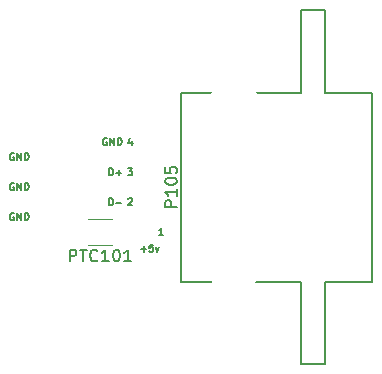
<source format=gbr>
G04 #@! TF.GenerationSoftware,KiCad,Pcbnew,(5.1.5)*
G04 #@! TF.CreationDate,2019-12-08T12:18:22-05:00*
G04 #@! TF.ProjectId,usbabrkout,75736261-6272-46b6-9f75-742e6b696361,v1.0.0*
G04 #@! TF.SameCoordinates,Original*
G04 #@! TF.FileFunction,Legend,Top*
G04 #@! TF.FilePolarity,Positive*
%FSLAX46Y46*%
G04 Gerber Fmt 4.6, Leading zero omitted, Abs format (unit mm)*
G04 Created by KiCad (PCBNEW (5.1.5)) date 2019-12-08 12:18:22*
%MOMM*%
%LPD*%
G04 APERTURE LIST*
%ADD10C,0.127000*%
%ADD11C,0.150000*%
%ADD12C,0.120000*%
%ADD13C,1.244600*%
%ADD14C,3.276600*%
%ADD15C,4.701600*%
%ADD16C,1.752600*%
%ADD17C,1.625600*%
%ADD18R,1.301600X1.801600*%
G04 APERTURE END LIST*
D10*
X143148142Y-106849857D02*
X143605285Y-106849857D01*
X143376714Y-107078428D02*
X143376714Y-106621285D01*
X144176714Y-106478428D02*
X143891000Y-106478428D01*
X143862428Y-106764142D01*
X143891000Y-106735571D01*
X143948142Y-106707000D01*
X144091000Y-106707000D01*
X144148142Y-106735571D01*
X144176714Y-106764142D01*
X144205285Y-106821285D01*
X144205285Y-106964142D01*
X144176714Y-107021285D01*
X144148142Y-107049857D01*
X144091000Y-107078428D01*
X143948142Y-107078428D01*
X143891000Y-107049857D01*
X143862428Y-107021285D01*
X144405285Y-106678428D02*
X144548142Y-107078428D01*
X144691000Y-106678428D01*
X140449450Y-103141428D02*
X140449450Y-102541428D01*
X140592307Y-102541428D01*
X140678021Y-102570000D01*
X140735164Y-102627142D01*
X140763735Y-102684285D01*
X140792307Y-102798571D01*
X140792307Y-102884285D01*
X140763735Y-102998571D01*
X140735164Y-103055714D01*
X140678021Y-103112857D01*
X140592307Y-103141428D01*
X140449450Y-103141428D01*
X141049450Y-102912857D02*
X141506592Y-102912857D01*
X140449450Y-100601428D02*
X140449450Y-100001428D01*
X140592307Y-100001428D01*
X140678021Y-100030000D01*
X140735164Y-100087142D01*
X140763735Y-100144285D01*
X140792307Y-100258571D01*
X140792307Y-100344285D01*
X140763735Y-100458571D01*
X140735164Y-100515714D01*
X140678021Y-100572857D01*
X140592307Y-100601428D01*
X140449450Y-100601428D01*
X141049450Y-100372857D02*
X141506592Y-100372857D01*
X141278021Y-100601428D02*
X141278021Y-100144285D01*
X142367021Y-97661428D02*
X142367021Y-98061428D01*
X142224164Y-97432857D02*
X142081307Y-97861428D01*
X142452735Y-97861428D01*
X142052735Y-100001428D02*
X142424164Y-100001428D01*
X142224164Y-100230000D01*
X142309878Y-100230000D01*
X142367021Y-100258571D01*
X142395592Y-100287142D01*
X142424164Y-100344285D01*
X142424164Y-100487142D01*
X142395592Y-100544285D01*
X142367021Y-100572857D01*
X142309878Y-100601428D01*
X142138450Y-100601428D01*
X142081307Y-100572857D01*
X142052735Y-100544285D01*
X142081307Y-102598571D02*
X142109878Y-102570000D01*
X142167021Y-102541428D01*
X142309878Y-102541428D01*
X142367021Y-102570000D01*
X142395592Y-102598571D01*
X142424164Y-102655714D01*
X142424164Y-102712857D01*
X142395592Y-102798571D01*
X142052735Y-103141428D01*
X142424164Y-103141428D01*
X145065692Y-105681428D02*
X144722835Y-105681428D01*
X144894264Y-105681428D02*
X144894264Y-105081428D01*
X144837121Y-105167142D01*
X144779978Y-105224285D01*
X144722835Y-105252857D01*
X140278021Y-97490000D02*
X140220878Y-97461428D01*
X140135164Y-97461428D01*
X140049450Y-97490000D01*
X139992307Y-97547142D01*
X139963735Y-97604285D01*
X139935164Y-97718571D01*
X139935164Y-97804285D01*
X139963735Y-97918571D01*
X139992307Y-97975714D01*
X140049450Y-98032857D01*
X140135164Y-98061428D01*
X140192307Y-98061428D01*
X140278021Y-98032857D01*
X140306592Y-98004285D01*
X140306592Y-97804285D01*
X140192307Y-97804285D01*
X140563735Y-98061428D02*
X140563735Y-97461428D01*
X140906592Y-98061428D01*
X140906592Y-97461428D01*
X141192307Y-98061428D02*
X141192307Y-97461428D01*
X141335164Y-97461428D01*
X141420878Y-97490000D01*
X141478021Y-97547142D01*
X141506592Y-97604285D01*
X141535164Y-97718571D01*
X141535164Y-97804285D01*
X141506592Y-97918571D01*
X141478021Y-97975714D01*
X141420878Y-98032857D01*
X141335164Y-98061428D01*
X141192307Y-98061428D01*
X132404021Y-103840000D02*
X132346878Y-103811428D01*
X132261164Y-103811428D01*
X132175450Y-103840000D01*
X132118307Y-103897142D01*
X132089735Y-103954285D01*
X132061164Y-104068571D01*
X132061164Y-104154285D01*
X132089735Y-104268571D01*
X132118307Y-104325714D01*
X132175450Y-104382857D01*
X132261164Y-104411428D01*
X132318307Y-104411428D01*
X132404021Y-104382857D01*
X132432592Y-104354285D01*
X132432592Y-104154285D01*
X132318307Y-104154285D01*
X132689735Y-104411428D02*
X132689735Y-103811428D01*
X133032592Y-104411428D01*
X133032592Y-103811428D01*
X133318307Y-104411428D02*
X133318307Y-103811428D01*
X133461164Y-103811428D01*
X133546878Y-103840000D01*
X133604021Y-103897142D01*
X133632592Y-103954285D01*
X133661164Y-104068571D01*
X133661164Y-104154285D01*
X133632592Y-104268571D01*
X133604021Y-104325714D01*
X133546878Y-104382857D01*
X133461164Y-104411428D01*
X133318307Y-104411428D01*
X132404021Y-101300000D02*
X132346878Y-101271428D01*
X132261164Y-101271428D01*
X132175450Y-101300000D01*
X132118307Y-101357142D01*
X132089735Y-101414285D01*
X132061164Y-101528571D01*
X132061164Y-101614285D01*
X132089735Y-101728571D01*
X132118307Y-101785714D01*
X132175450Y-101842857D01*
X132261164Y-101871428D01*
X132318307Y-101871428D01*
X132404021Y-101842857D01*
X132432592Y-101814285D01*
X132432592Y-101614285D01*
X132318307Y-101614285D01*
X132689735Y-101871428D02*
X132689735Y-101271428D01*
X133032592Y-101871428D01*
X133032592Y-101271428D01*
X133318307Y-101871428D02*
X133318307Y-101271428D01*
X133461164Y-101271428D01*
X133546878Y-101300000D01*
X133604021Y-101357142D01*
X133632592Y-101414285D01*
X133661164Y-101528571D01*
X133661164Y-101614285D01*
X133632592Y-101728571D01*
X133604021Y-101785714D01*
X133546878Y-101842857D01*
X133461164Y-101871428D01*
X133318307Y-101871428D01*
X132404021Y-98760000D02*
X132346878Y-98731428D01*
X132261164Y-98731428D01*
X132175450Y-98760000D01*
X132118307Y-98817142D01*
X132089735Y-98874285D01*
X132061164Y-98988571D01*
X132061164Y-99074285D01*
X132089735Y-99188571D01*
X132118307Y-99245714D01*
X132175450Y-99302857D01*
X132261164Y-99331428D01*
X132318307Y-99331428D01*
X132404021Y-99302857D01*
X132432592Y-99274285D01*
X132432592Y-99074285D01*
X132318307Y-99074285D01*
X132689735Y-99331428D02*
X132689735Y-98731428D01*
X133032592Y-99331428D01*
X133032592Y-98731428D01*
X133318307Y-99331428D02*
X133318307Y-98731428D01*
X133461164Y-98731428D01*
X133546878Y-98760000D01*
X133604021Y-98817142D01*
X133632592Y-98874285D01*
X133661164Y-98988571D01*
X133661164Y-99074285D01*
X133632592Y-99188571D01*
X133604021Y-99245714D01*
X133546878Y-99302857D01*
X133461164Y-99331428D01*
X133318307Y-99331428D01*
D11*
X158750000Y-109600000D02*
X158750000Y-116600000D01*
X162750000Y-109600000D02*
X158750000Y-109600000D01*
X162750000Y-93600000D02*
X162750000Y-109600000D01*
X158750000Y-93600000D02*
X162750000Y-93600000D01*
X158750000Y-86600000D02*
X158750000Y-93600000D01*
X156750000Y-86600000D02*
X158750000Y-86600000D01*
X156750000Y-93600000D02*
X156750000Y-86600000D01*
X146550000Y-93600000D02*
X156750000Y-93600000D01*
X146550000Y-109600000D02*
X146550000Y-93600000D01*
X156750000Y-109600000D02*
X146550000Y-109600000D01*
X156750000Y-116600000D02*
X156750000Y-109600000D01*
X158750000Y-116600000D02*
X156750000Y-116600000D01*
D12*
X140700000Y-106480000D02*
X138700000Y-106480000D01*
X138700000Y-104340000D02*
X140700000Y-104340000D01*
D11*
X146202380Y-103290476D02*
X145202380Y-103290476D01*
X145202380Y-102909523D01*
X145250000Y-102814285D01*
X145297619Y-102766666D01*
X145392857Y-102719047D01*
X145535714Y-102719047D01*
X145630952Y-102766666D01*
X145678571Y-102814285D01*
X145726190Y-102909523D01*
X145726190Y-103290476D01*
X146202380Y-101766666D02*
X146202380Y-102338095D01*
X146202380Y-102052380D02*
X145202380Y-102052380D01*
X145345238Y-102147619D01*
X145440476Y-102242857D01*
X145488095Y-102338095D01*
X145202380Y-101147619D02*
X145202380Y-101052380D01*
X145250000Y-100957142D01*
X145297619Y-100909523D01*
X145392857Y-100861904D01*
X145583333Y-100814285D01*
X145821428Y-100814285D01*
X146011904Y-100861904D01*
X146107142Y-100909523D01*
X146154761Y-100957142D01*
X146202380Y-101052380D01*
X146202380Y-101147619D01*
X146154761Y-101242857D01*
X146107142Y-101290476D01*
X146011904Y-101338095D01*
X145821428Y-101385714D01*
X145583333Y-101385714D01*
X145392857Y-101338095D01*
X145297619Y-101290476D01*
X145250000Y-101242857D01*
X145202380Y-101147619D01*
X145202380Y-99909523D02*
X145202380Y-100385714D01*
X145678571Y-100433333D01*
X145630952Y-100385714D01*
X145583333Y-100290476D01*
X145583333Y-100052380D01*
X145630952Y-99957142D01*
X145678571Y-99909523D01*
X145773809Y-99861904D01*
X146011904Y-99861904D01*
X146107142Y-99909523D01*
X146154761Y-99957142D01*
X146202380Y-100052380D01*
X146202380Y-100290476D01*
X146154761Y-100385714D01*
X146107142Y-100433333D01*
X137128571Y-107894380D02*
X137128571Y-106894380D01*
X137509523Y-106894380D01*
X137604761Y-106942000D01*
X137652380Y-106989619D01*
X137700000Y-107084857D01*
X137700000Y-107227714D01*
X137652380Y-107322952D01*
X137604761Y-107370571D01*
X137509523Y-107418190D01*
X137128571Y-107418190D01*
X137985714Y-106894380D02*
X138557142Y-106894380D01*
X138271428Y-107894380D02*
X138271428Y-106894380D01*
X139461904Y-107799142D02*
X139414285Y-107846761D01*
X139271428Y-107894380D01*
X139176190Y-107894380D01*
X139033333Y-107846761D01*
X138938095Y-107751523D01*
X138890476Y-107656285D01*
X138842857Y-107465809D01*
X138842857Y-107322952D01*
X138890476Y-107132476D01*
X138938095Y-107037238D01*
X139033333Y-106942000D01*
X139176190Y-106894380D01*
X139271428Y-106894380D01*
X139414285Y-106942000D01*
X139461904Y-106989619D01*
X140414285Y-107894380D02*
X139842857Y-107894380D01*
X140128571Y-107894380D02*
X140128571Y-106894380D01*
X140033333Y-107037238D01*
X139938095Y-107132476D01*
X139842857Y-107180095D01*
X141033333Y-106894380D02*
X141128571Y-106894380D01*
X141223809Y-106942000D01*
X141271428Y-106989619D01*
X141319047Y-107084857D01*
X141366666Y-107275333D01*
X141366666Y-107513428D01*
X141319047Y-107703904D01*
X141271428Y-107799142D01*
X141223809Y-107846761D01*
X141128571Y-107894380D01*
X141033333Y-107894380D01*
X140938095Y-107846761D01*
X140890476Y-107799142D01*
X140842857Y-107703904D01*
X140795238Y-107513428D01*
X140795238Y-107275333D01*
X140842857Y-107084857D01*
X140890476Y-106989619D01*
X140938095Y-106942000D01*
X141033333Y-106894380D01*
X142319047Y-107894380D02*
X141747619Y-107894380D01*
X142033333Y-107894380D02*
X142033333Y-106894380D01*
X141938095Y-107037238D01*
X141842857Y-107132476D01*
X141747619Y-107180095D01*
%LPC*%
D13*
X134620000Y-104140000D03*
X134620000Y-99060000D03*
X134620000Y-101600000D03*
D14*
X132080000Y-107950000D03*
X132080000Y-95250000D03*
D13*
X129540000Y-101600000D03*
D15*
X151080000Y-108170000D03*
X151080000Y-95030000D03*
D16*
X148750000Y-105100000D03*
X148750000Y-102600000D03*
X148750000Y-100600000D03*
X148750000Y-98100000D03*
D17*
X143510000Y-105410000D03*
X143510000Y-102870000D03*
X143510000Y-100330000D03*
X143510000Y-97790000D03*
D18*
X138100000Y-105410000D03*
X141300000Y-105410000D03*
D17*
X139700000Y-101600000D03*
M02*

</source>
